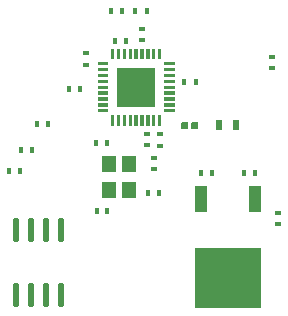
<source format=gbr>
%TF.GenerationSoftware,KiCad,Pcbnew,7.0.2-0*%
%TF.CreationDate,2023-06-27T10:53:37-07:00*%
%TF.ProjectId,jitx-design,6a697478-2d64-4657-9369-676e2e6b6963,rev?*%
%TF.SameCoordinates,Original*%
%TF.FileFunction,Paste,Top*%
%TF.FilePolarity,Positive*%
%FSLAX46Y46*%
G04 Gerber Fmt 4.6, Leading zero omitted, Abs format (unit mm)*
G04 Created by KiCad (PCBNEW 7.0.2-0) date 2023-06-27 10:53:37*
%MOMM*%
%LPD*%
G01*
G04 APERTURE LIST*
%ADD10R,0.417778X0.600000*%
%ADD11R,0.600000X0.417778*%
%ADD12R,0.600000X0.372778*%
%ADD13R,0.380278X0.600000*%
%ADD14R,0.600000X0.380278*%
%ADD15R,0.367778X0.600000*%
%ADD16O,0.588000X2.045000*%
%ADD17R,0.600000X0.430278*%
%ADD18R,0.512132X0.950000*%
%ADD19R,1.064000X2.218000*%
%ADD20R,5.554000X5.204000*%
%ADD21R,1.200000X1.400000*%
G04 APERTURE END LIST*
%TO.C,R8*%
G36*
X140991658Y-106610852D02*
G01*
X140991658Y-107070852D01*
X140951658Y-107110852D01*
X140450658Y-107110852D01*
X140410658Y-107070852D01*
X140410658Y-106610852D01*
X140450658Y-106570852D01*
X140951658Y-106570852D01*
X140991658Y-106610852D01*
G37*
G36*
X141842658Y-106610852D02*
G01*
X141842658Y-107070852D01*
X141802658Y-107110852D01*
X141301658Y-107110852D01*
X141261658Y-107070852D01*
X141261658Y-106610852D01*
X141301658Y-106570852D01*
X141802658Y-106570852D01*
X141842658Y-106610852D01*
G37*
%TO.C,U5*%
G36*
X139850865Y-105244046D02*
G01*
X138960865Y-105244046D01*
X138960865Y-104964046D01*
X139850865Y-104964046D01*
X139850865Y-105244046D01*
G37*
G36*
X139850865Y-104744046D02*
G01*
X138960865Y-104744046D01*
X138960865Y-104464046D01*
X139850865Y-104464046D01*
X139850865Y-104744046D01*
G37*
G36*
X139850865Y-104244046D02*
G01*
X138960865Y-104244046D01*
X138960865Y-103964046D01*
X139850865Y-103964046D01*
X139850865Y-104244046D01*
G37*
G36*
X139850865Y-103744046D02*
G01*
X138960865Y-103744046D01*
X138960865Y-103464046D01*
X139850865Y-103464046D01*
X139850865Y-103744046D01*
G37*
G36*
X139850865Y-105744046D02*
G01*
X138960865Y-105744046D01*
X138960865Y-105464046D01*
X139850865Y-105464046D01*
X139850865Y-105744046D01*
G37*
G36*
X139850865Y-103244046D02*
G01*
X138960865Y-103244046D01*
X138960865Y-102964046D01*
X139850865Y-102964046D01*
X139850865Y-103244046D01*
G37*
G36*
X139850865Y-102744046D02*
G01*
X138960865Y-102744046D01*
X138960865Y-102464046D01*
X139850865Y-102464046D01*
X139850865Y-102744046D01*
G37*
G36*
X139850865Y-102244046D02*
G01*
X138960865Y-102244046D01*
X138960865Y-101964046D01*
X139850865Y-101964046D01*
X139850865Y-102244046D01*
G37*
G36*
X139850865Y-101744046D02*
G01*
X138960865Y-101744046D01*
X138960865Y-101464046D01*
X139850865Y-101464046D01*
X139850865Y-101744046D01*
G37*
G36*
X138735865Y-106859046D02*
G01*
X138455865Y-106859046D01*
X138455865Y-105969046D01*
X138735865Y-105969046D01*
X138735865Y-106859046D01*
G37*
G36*
X138735865Y-101239046D02*
G01*
X138455865Y-101239046D01*
X138455865Y-100349046D01*
X138735865Y-100349046D01*
X138735865Y-101239046D01*
G37*
G36*
X138235865Y-106859046D02*
G01*
X137955865Y-106859046D01*
X137955865Y-105969046D01*
X138235865Y-105969046D01*
X138235865Y-106859046D01*
G37*
G36*
X138235865Y-105244046D02*
G01*
X134955865Y-105244046D01*
X134955865Y-101964046D01*
X138235865Y-101964046D01*
X138235865Y-105244046D01*
G37*
G36*
X138235865Y-101239046D02*
G01*
X137955865Y-101239046D01*
X137955865Y-100349046D01*
X138235865Y-100349046D01*
X138235865Y-101239046D01*
G37*
G36*
X137735865Y-106859046D02*
G01*
X137455865Y-106859046D01*
X137455865Y-105969046D01*
X137735865Y-105969046D01*
X137735865Y-106859046D01*
G37*
G36*
X137735865Y-101239046D02*
G01*
X137455865Y-101239046D01*
X137455865Y-100349046D01*
X137735865Y-100349046D01*
X137735865Y-101239046D01*
G37*
G36*
X137235865Y-106859046D02*
G01*
X136955865Y-106859046D01*
X136955865Y-105969046D01*
X137235865Y-105969046D01*
X137235865Y-106859046D01*
G37*
G36*
X137235865Y-101239046D02*
G01*
X136955865Y-101239046D01*
X136955865Y-100349046D01*
X137235865Y-100349046D01*
X137235865Y-101239046D01*
G37*
G36*
X136735865Y-106859046D02*
G01*
X136455865Y-106859046D01*
X136455865Y-105969046D01*
X136735865Y-105969046D01*
X136735865Y-106859046D01*
G37*
G36*
X136735865Y-101239046D02*
G01*
X136455865Y-101239046D01*
X136455865Y-100349046D01*
X136735865Y-100349046D01*
X136735865Y-101239046D01*
G37*
G36*
X136235865Y-106859046D02*
G01*
X135955865Y-106859046D01*
X135955865Y-105969046D01*
X136235865Y-105969046D01*
X136235865Y-106859046D01*
G37*
G36*
X136235865Y-101239046D02*
G01*
X135955865Y-101239046D01*
X135955865Y-100349046D01*
X136235865Y-100349046D01*
X136235865Y-101239046D01*
G37*
G36*
X135735865Y-101239046D02*
G01*
X135455865Y-101239046D01*
X135455865Y-100349046D01*
X135735865Y-100349046D01*
X135735865Y-101239046D01*
G37*
G36*
X135735865Y-106859046D02*
G01*
X135455865Y-106859046D01*
X135455865Y-105969046D01*
X135735865Y-105969046D01*
X135735865Y-106859046D01*
G37*
G36*
X135235865Y-106859046D02*
G01*
X134955865Y-106859046D01*
X134955865Y-105969046D01*
X135235865Y-105969046D01*
X135235865Y-106859046D01*
G37*
G36*
X135235865Y-101239046D02*
G01*
X134955865Y-101239046D01*
X134955865Y-100349046D01*
X135235865Y-100349046D01*
X135235865Y-101239046D01*
G37*
G36*
X134735865Y-106859046D02*
G01*
X134455865Y-106859046D01*
X134455865Y-105969046D01*
X134735865Y-105969046D01*
X134735865Y-106859046D01*
G37*
G36*
X134735865Y-101239046D02*
G01*
X134455865Y-101239046D01*
X134455865Y-100349046D01*
X134735865Y-100349046D01*
X134735865Y-101239046D01*
G37*
G36*
X134230865Y-103244046D02*
G01*
X133340865Y-103244046D01*
X133340865Y-102964046D01*
X134230865Y-102964046D01*
X134230865Y-103244046D01*
G37*
G36*
X134230865Y-102744046D02*
G01*
X133340865Y-102744046D01*
X133340865Y-102464046D01*
X134230865Y-102464046D01*
X134230865Y-102744046D01*
G37*
G36*
X134230865Y-102244046D02*
G01*
X133340865Y-102244046D01*
X133340865Y-101964046D01*
X134230865Y-101964046D01*
X134230865Y-102244046D01*
G37*
G36*
X134230865Y-101744046D02*
G01*
X133340865Y-101744046D01*
X133340865Y-101464046D01*
X134230865Y-101464046D01*
X134230865Y-101744046D01*
G37*
G36*
X134230865Y-105744046D02*
G01*
X133340865Y-105744046D01*
X133340865Y-105464046D01*
X134230865Y-105464046D01*
X134230865Y-105744046D01*
G37*
G36*
X134230865Y-105244046D02*
G01*
X133340865Y-105244046D01*
X133340865Y-104964046D01*
X134230865Y-104964046D01*
X134230865Y-105244046D01*
G37*
G36*
X134230865Y-104744046D02*
G01*
X133340865Y-104744046D01*
X133340865Y-104464046D01*
X134230865Y-104464046D01*
X134230865Y-104744046D01*
G37*
G36*
X134230865Y-104244046D02*
G01*
X133340865Y-104244046D01*
X133340865Y-103964046D01*
X134230865Y-103964046D01*
X134230865Y-104244046D01*
G37*
G36*
X134230865Y-103744046D02*
G01*
X133340865Y-103744046D01*
X133340865Y-103464046D01*
X134230865Y-103464046D01*
X134230865Y-103744046D01*
G37*
%TD*%
D10*
%TO.C,C3*%
X143060672Y-110835572D03*
X142103450Y-110835572D03*
%TD*%
D11*
%TO.C,C1*%
X148622184Y-114216203D03*
X148622184Y-115173425D03*
%TD*%
%TO.C,C6*%
X137482233Y-108498823D03*
X137482233Y-107541601D03*
%TD*%
D12*
%TO.C,R5*%
X138129245Y-109574220D03*
X138129245Y-110486442D03*
%TD*%
D11*
%TO.C,C10*%
X138644942Y-108548873D03*
X138644942Y-107591651D03*
%TD*%
%TO.C,C5*%
X137089343Y-98689029D03*
X137089343Y-99646251D03*
%TD*%
D13*
%TO.C,R4*%
X128202801Y-106729721D03*
X129122523Y-106729721D03*
%TD*%
D14*
%TO.C,R1*%
X148106609Y-101082516D03*
X148106609Y-102002238D03*
%TD*%
D10*
%TO.C,C8*%
X137486311Y-97138773D03*
X136529089Y-97138773D03*
%TD*%
D13*
%TO.C,R3*%
X126883250Y-108885762D03*
X127802972Y-108885762D03*
%TD*%
D10*
%TO.C,C12*%
X137573127Y-112571302D03*
X138530349Y-112571302D03*
%TD*%
D15*
%TO.C,R6*%
X134502123Y-97122587D03*
X135409345Y-97122587D03*
%TD*%
D13*
%TO.C,R2*%
X125847533Y-110727391D03*
X126767255Y-110727391D03*
%TD*%
D16*
%TO.C,U4*%
X126467171Y-121212230D03*
X127737171Y-121212230D03*
X129007171Y-121212230D03*
X130277171Y-121212230D03*
X130277171Y-115667230D03*
X129007171Y-115667230D03*
X127737171Y-115667230D03*
X126467171Y-115667230D03*
%TD*%
D10*
%TO.C,C9*%
X130884467Y-103715096D03*
X131841689Y-103715096D03*
%TD*%
D17*
%TO.C,C11*%
X132381115Y-100722671D03*
X132381115Y-101692393D03*
%TD*%
D18*
%TO.C,LED1*%
X143607724Y-106840352D03*
X145045592Y-106840352D03*
%TD*%
D10*
%TO.C,C7*%
X141652863Y-103134378D03*
X140695641Y-103134378D03*
%TD*%
%TO.C,C13*%
X134168661Y-108309522D03*
X133211439Y-108309522D03*
%TD*%
%TO.C,C2*%
X145699373Y-110839534D03*
X146656595Y-110839534D03*
%TD*%
D13*
%TO.C,R7*%
X134176631Y-114068215D03*
X133256909Y-114068215D03*
%TD*%
D19*
%TO.C,U3*%
X146659619Y-113037221D03*
D20*
X144360619Y-119734221D03*
D19*
X142060619Y-113037221D03*
%TD*%
D21*
%TO.C,X1*%
X135973506Y-112346485D03*
X135973506Y-110146485D03*
X134273506Y-110146485D03*
X134273506Y-112346485D03*
%TD*%
D10*
%TO.C,C4*%
X135731734Y-99695657D03*
X134774512Y-99695657D03*
%TD*%
M02*

</source>
